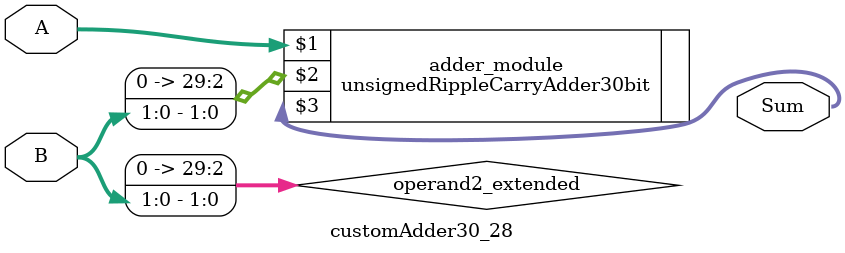
<source format=v>

module customAdder30_28(
                    input [29 : 0] A,
                    input [1 : 0] B,
                    
                    output [30 : 0] Sum
            );

    wire [29 : 0] operand2_extended;
    
    assign operand2_extended =  {28'b0, B};
    
    unsignedRippleCarryAdder30bit adder_module(
        A,
        operand2_extended,
        Sum
    );
    
endmodule
        
</source>
